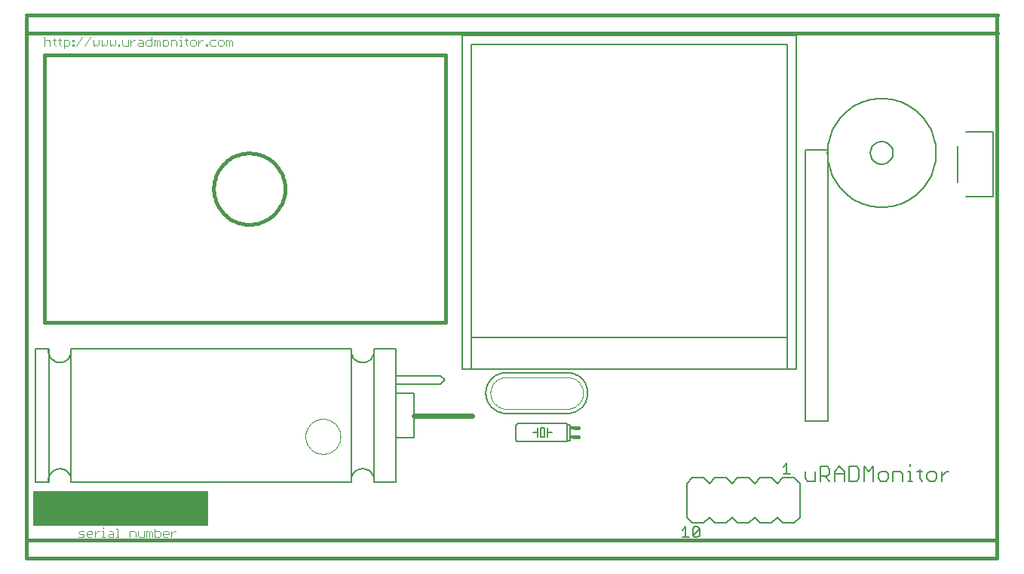
<source format=gto>
G75*
G70*
%OFA0B0*%
%FSLAX24Y24*%
%IPPOS*%
%LPD*%
%AMOC8*
5,1,8,0,0,1.08239X$1,22.5*
%
%ADD10C,0.0180*%
%ADD11R,0.7749X0.1575*%
%ADD12C,0.0030*%
%ADD13C,0.0060*%
%ADD14C,0.0020*%
%ADD15C,0.0050*%
%ADD16C,0.0160*%
%ADD17R,0.0230X0.0160*%
%ADD18C,0.0240*%
%ADD19C,0.0000*%
%ADD20C,0.0080*%
D10*
X000569Y004009D02*
X043482Y004009D01*
X043482Y004797D01*
X043482Y027907D01*
X043494Y028037D02*
X022037Y028037D01*
X000581Y028037D01*
X000569Y027907D02*
X000569Y004797D01*
X043482Y004797D01*
X019085Y014454D02*
X001368Y014454D01*
X001368Y026265D01*
X019085Y026265D01*
X019085Y014454D01*
X008848Y020360D02*
X008850Y020439D01*
X008856Y020518D01*
X008866Y020597D01*
X008880Y020675D01*
X008897Y020752D01*
X008919Y020828D01*
X008944Y020903D01*
X008974Y020976D01*
X009006Y021048D01*
X009043Y021119D01*
X009083Y021187D01*
X009126Y021253D01*
X009172Y021317D01*
X009222Y021379D01*
X009275Y021438D01*
X009330Y021494D01*
X009389Y021548D01*
X009450Y021598D01*
X009513Y021646D01*
X009579Y021690D01*
X009647Y021731D01*
X009717Y021768D01*
X009788Y021802D01*
X009862Y021832D01*
X009936Y021858D01*
X010012Y021880D01*
X010089Y021899D01*
X010167Y021914D01*
X010245Y021925D01*
X010324Y021932D01*
X010403Y021935D01*
X010482Y021934D01*
X010561Y021929D01*
X010640Y021920D01*
X010718Y021907D01*
X010795Y021890D01*
X010872Y021870D01*
X010947Y021845D01*
X011021Y021817D01*
X011094Y021785D01*
X011164Y021750D01*
X011233Y021711D01*
X011300Y021668D01*
X011365Y021622D01*
X011427Y021574D01*
X011487Y021522D01*
X011544Y021467D01*
X011598Y021409D01*
X011649Y021349D01*
X011697Y021286D01*
X011742Y021221D01*
X011784Y021153D01*
X011822Y021084D01*
X011856Y021013D01*
X011887Y020940D01*
X011915Y020865D01*
X011938Y020790D01*
X011958Y020713D01*
X011974Y020636D01*
X011986Y020557D01*
X011994Y020479D01*
X011998Y020400D01*
X011998Y020320D01*
X011994Y020241D01*
X011986Y020163D01*
X011974Y020084D01*
X011958Y020007D01*
X011938Y019930D01*
X011915Y019855D01*
X011887Y019780D01*
X011856Y019707D01*
X011822Y019636D01*
X011784Y019567D01*
X011742Y019499D01*
X011697Y019434D01*
X011649Y019371D01*
X011598Y019311D01*
X011544Y019253D01*
X011487Y019198D01*
X011427Y019146D01*
X011365Y019098D01*
X011300Y019052D01*
X011233Y019009D01*
X011164Y018970D01*
X011094Y018935D01*
X011021Y018903D01*
X010947Y018875D01*
X010872Y018850D01*
X010795Y018830D01*
X010718Y018813D01*
X010640Y018800D01*
X010561Y018791D01*
X010482Y018786D01*
X010403Y018785D01*
X010324Y018788D01*
X010245Y018795D01*
X010167Y018806D01*
X010089Y018821D01*
X010012Y018840D01*
X009936Y018862D01*
X009862Y018888D01*
X009788Y018918D01*
X009717Y018952D01*
X009647Y018989D01*
X009579Y019030D01*
X009513Y019074D01*
X009450Y019122D01*
X009389Y019172D01*
X009330Y019226D01*
X009275Y019282D01*
X009222Y019341D01*
X009172Y019403D01*
X009126Y019467D01*
X009083Y019533D01*
X009043Y019601D01*
X009006Y019672D01*
X008974Y019744D01*
X008944Y019817D01*
X008919Y019892D01*
X008897Y019968D01*
X008880Y020045D01*
X008866Y020123D01*
X008856Y020202D01*
X008850Y020281D01*
X008848Y020360D01*
X000581Y027249D02*
X043494Y027249D01*
X000569Y004797D02*
X000569Y004009D01*
D11*
X004729Y006210D03*
D12*
X003975Y005391D02*
X003975Y005330D01*
X003975Y005206D02*
X003975Y004959D01*
X004036Y004959D02*
X003913Y004959D01*
X003913Y005206D02*
X003975Y005206D01*
X003791Y005206D02*
X003729Y005206D01*
X003606Y005083D01*
X003484Y005083D02*
X003484Y005144D01*
X003423Y005206D01*
X003299Y005206D01*
X003238Y005144D01*
X003238Y005021D01*
X003299Y004959D01*
X003423Y004959D01*
X003484Y005083D02*
X003238Y005083D01*
X003116Y005021D02*
X003054Y005083D01*
X002931Y005083D01*
X002869Y005144D01*
X002931Y005206D01*
X003116Y005206D01*
X003116Y005021D02*
X003054Y004959D01*
X002869Y004959D01*
X003606Y004959D02*
X003606Y005206D01*
X004158Y005021D02*
X004220Y005083D01*
X004405Y005083D01*
X004405Y005144D02*
X004405Y004959D01*
X004220Y004959D01*
X004158Y005021D01*
X004220Y005206D02*
X004344Y005206D01*
X004405Y005144D01*
X004527Y004959D02*
X004650Y004959D01*
X004588Y004959D02*
X004588Y005330D01*
X004527Y005330D01*
X005141Y005206D02*
X005141Y004959D01*
X005387Y004959D02*
X005387Y005144D01*
X005326Y005206D01*
X005141Y005206D01*
X005509Y005206D02*
X005509Y005021D01*
X005571Y004959D01*
X005756Y004959D01*
X005756Y005206D01*
X005877Y005206D02*
X005877Y004959D01*
X006001Y004959D02*
X006001Y005144D01*
X006062Y005206D01*
X006124Y005144D01*
X006124Y004959D01*
X006245Y004959D02*
X006431Y004959D01*
X006492Y005021D01*
X006492Y005144D01*
X006431Y005206D01*
X006245Y005206D01*
X006245Y005330D02*
X006245Y004959D01*
X006001Y005144D02*
X005939Y005206D01*
X005877Y005206D01*
X006614Y005144D02*
X006614Y005021D01*
X006676Y004959D01*
X006799Y004959D01*
X006861Y005083D02*
X006614Y005083D01*
X006614Y005144D02*
X006676Y005206D01*
X006799Y005206D01*
X006861Y005144D01*
X006861Y005083D01*
X006982Y005083D02*
X007106Y005206D01*
X007167Y005206D01*
X006982Y005206D02*
X006982Y004959D01*
X006955Y026694D02*
X006955Y026940D01*
X007141Y026940D01*
X007202Y026879D01*
X007202Y026694D01*
X007324Y026694D02*
X007447Y026694D01*
X007385Y026694D02*
X007385Y026940D01*
X007324Y026940D01*
X007385Y027064D02*
X007385Y027126D01*
X007569Y026940D02*
X007693Y026940D01*
X007631Y027002D02*
X007631Y026755D01*
X007693Y026694D01*
X007815Y026755D02*
X007876Y026694D01*
X008000Y026694D01*
X008062Y026755D01*
X008062Y026879D01*
X008000Y026940D01*
X007876Y026940D01*
X007815Y026879D01*
X007815Y026755D01*
X008183Y026694D02*
X008183Y026940D01*
X008183Y026817D02*
X008307Y026940D01*
X008368Y026940D01*
X008490Y026755D02*
X008552Y026755D01*
X008552Y026694D01*
X008490Y026694D01*
X008490Y026755D01*
X008674Y026755D02*
X008674Y026879D01*
X008736Y026940D01*
X008921Y026940D01*
X009042Y026879D02*
X009042Y026755D01*
X009104Y026694D01*
X009228Y026694D01*
X009289Y026755D01*
X009289Y026879D01*
X009228Y026940D01*
X009104Y026940D01*
X009042Y026879D01*
X008921Y026694D02*
X008736Y026694D01*
X008674Y026755D01*
X009411Y026694D02*
X009411Y026940D01*
X009473Y026940D01*
X009534Y026879D01*
X009596Y026940D01*
X009658Y026879D01*
X009658Y026694D01*
X009534Y026694D02*
X009534Y026879D01*
X006834Y026879D02*
X006834Y026755D01*
X006772Y026694D01*
X006649Y026694D01*
X006587Y026755D01*
X006587Y026879D01*
X006649Y026940D01*
X006772Y026940D01*
X006834Y026879D01*
X006466Y026879D02*
X006466Y026694D01*
X006342Y026694D02*
X006342Y026879D01*
X006404Y026940D01*
X006466Y026879D01*
X006342Y026879D02*
X006280Y026940D01*
X006219Y026940D01*
X006219Y026694D01*
X006097Y026694D02*
X005912Y026694D01*
X005850Y026755D01*
X005850Y026879D01*
X005912Y026940D01*
X006097Y026940D01*
X006097Y027064D02*
X006097Y026694D01*
X005729Y026694D02*
X005729Y026879D01*
X005667Y026940D01*
X005544Y026940D01*
X005544Y026817D02*
X005729Y026817D01*
X005729Y026694D02*
X005544Y026694D01*
X005482Y026755D01*
X005544Y026817D01*
X005360Y026940D02*
X005299Y026940D01*
X005175Y026817D01*
X005175Y026694D02*
X005175Y026940D01*
X005054Y026940D02*
X005054Y026694D01*
X004869Y026694D01*
X004807Y026755D01*
X004807Y026940D01*
X004684Y026755D02*
X004684Y026694D01*
X004623Y026694D01*
X004623Y026755D01*
X004684Y026755D01*
X004501Y026755D02*
X004501Y026940D01*
X004501Y026755D02*
X004440Y026694D01*
X004378Y026755D01*
X004316Y026694D01*
X004254Y026755D01*
X004254Y026940D01*
X004133Y026940D02*
X004133Y026755D01*
X004071Y026694D01*
X004010Y026755D01*
X003948Y026694D01*
X003886Y026755D01*
X003886Y026940D01*
X003765Y026940D02*
X003765Y026755D01*
X003703Y026694D01*
X003641Y026755D01*
X003579Y026694D01*
X003518Y026755D01*
X003518Y026940D01*
X003396Y027064D02*
X003149Y026694D01*
X002781Y026694D02*
X003028Y027064D01*
X002659Y026940D02*
X002659Y026879D01*
X002597Y026879D01*
X002597Y026940D01*
X002659Y026940D01*
X002659Y026755D02*
X002659Y026694D01*
X002597Y026694D01*
X002597Y026755D01*
X002659Y026755D01*
X002476Y026755D02*
X002414Y026694D01*
X002229Y026694D01*
X002107Y026694D02*
X002045Y026755D01*
X002045Y027002D01*
X001983Y026940D02*
X002107Y026940D01*
X002229Y026940D02*
X002414Y026940D01*
X002476Y026879D01*
X002476Y026755D01*
X002229Y026570D02*
X002229Y026940D01*
X001861Y026940D02*
X001738Y026940D01*
X001799Y027002D02*
X001799Y026755D01*
X001861Y026694D01*
X001616Y026694D02*
X001616Y026879D01*
X001554Y026940D01*
X001431Y026940D01*
X001369Y026879D01*
X001369Y027064D02*
X001369Y026694D01*
D13*
X021782Y012222D02*
X024482Y012222D01*
X024541Y012220D01*
X024599Y012214D01*
X024658Y012205D01*
X024715Y012191D01*
X024771Y012174D01*
X024826Y012153D01*
X024880Y012129D01*
X024932Y012101D01*
X024982Y012070D01*
X025030Y012036D01*
X025075Y011999D01*
X025118Y011958D01*
X025159Y011915D01*
X025196Y011870D01*
X025230Y011822D01*
X025261Y011772D01*
X025289Y011720D01*
X025313Y011666D01*
X025334Y011611D01*
X025351Y011555D01*
X025365Y011498D01*
X025374Y011439D01*
X025380Y011381D01*
X025382Y011322D01*
X025380Y011263D01*
X025374Y011205D01*
X025365Y011146D01*
X025351Y011089D01*
X025334Y011033D01*
X025313Y010978D01*
X025289Y010924D01*
X025261Y010872D01*
X025230Y010822D01*
X025196Y010774D01*
X025159Y010729D01*
X025118Y010686D01*
X025075Y010645D01*
X025030Y010608D01*
X024982Y010574D01*
X024932Y010543D01*
X024880Y010515D01*
X024826Y010491D01*
X024771Y010470D01*
X024715Y010453D01*
X024658Y010439D01*
X024599Y010430D01*
X024541Y010424D01*
X024482Y010422D01*
X021782Y010422D01*
X022307Y009972D02*
X024457Y009972D01*
X024457Y009922D01*
X024457Y009222D01*
X024457Y009172D01*
X022307Y009172D01*
X022290Y009174D01*
X022273Y009178D01*
X022257Y009185D01*
X022243Y009195D01*
X022230Y009208D01*
X022220Y009222D01*
X022213Y009238D01*
X022209Y009255D01*
X022207Y009272D01*
X022207Y009872D01*
X022209Y009889D01*
X022213Y009906D01*
X022220Y009922D01*
X022230Y009936D01*
X022243Y009949D01*
X022257Y009959D01*
X022273Y009966D01*
X022290Y009970D01*
X022307Y009972D01*
X022957Y009572D02*
X023157Y009572D01*
X023157Y009772D01*
X023307Y009772D02*
X023307Y009372D01*
X023457Y009372D01*
X023457Y009772D01*
X023307Y009772D01*
X023157Y009572D02*
X023157Y009372D01*
X023607Y009372D02*
X023607Y009572D01*
X023607Y009772D01*
X023607Y009572D02*
X023807Y009572D01*
X024457Y009222D02*
X024607Y009222D01*
X024607Y009922D01*
X024457Y009922D01*
X021782Y010422D02*
X021723Y010424D01*
X021665Y010430D01*
X021606Y010439D01*
X021549Y010453D01*
X021493Y010470D01*
X021438Y010491D01*
X021384Y010515D01*
X021332Y010543D01*
X021282Y010574D01*
X021234Y010608D01*
X021189Y010645D01*
X021146Y010686D01*
X021105Y010729D01*
X021068Y010774D01*
X021034Y010822D01*
X021003Y010872D01*
X020975Y010924D01*
X020951Y010978D01*
X020930Y011033D01*
X020913Y011089D01*
X020899Y011146D01*
X020890Y011205D01*
X020884Y011263D01*
X020882Y011322D01*
X020884Y011381D01*
X020890Y011439D01*
X020899Y011498D01*
X020913Y011555D01*
X020930Y011611D01*
X020951Y011666D01*
X020975Y011720D01*
X021003Y011772D01*
X021034Y011822D01*
X021068Y011870D01*
X021105Y011915D01*
X021146Y011958D01*
X021189Y011999D01*
X021234Y012036D01*
X021282Y012070D01*
X021332Y012101D01*
X021384Y012129D01*
X021438Y012153D01*
X021493Y012174D01*
X021549Y012191D01*
X021606Y012205D01*
X021665Y012214D01*
X021723Y012220D01*
X021782Y012222D01*
X029757Y007322D02*
X030007Y007572D01*
X030507Y007572D01*
X030757Y007322D01*
X031007Y007572D01*
X031507Y007572D01*
X031757Y007322D01*
X032007Y007572D01*
X032507Y007572D01*
X032757Y007322D01*
X033007Y007572D01*
X033507Y007572D01*
X033757Y007322D01*
X034007Y007572D01*
X034507Y007572D01*
X034757Y007322D01*
X034757Y005822D01*
X034507Y005572D01*
X034007Y005572D01*
X033757Y005822D01*
X033507Y005572D01*
X033007Y005572D01*
X032757Y005822D01*
X032507Y005572D01*
X032007Y005572D01*
X031757Y005822D01*
X031507Y005572D01*
X031007Y005572D01*
X030757Y005822D01*
X030507Y005572D01*
X030007Y005572D01*
X029757Y005822D01*
X029757Y007322D01*
X035009Y007531D02*
X035116Y007424D01*
X035436Y007424D01*
X035436Y007851D01*
X035654Y007638D02*
X035974Y007638D01*
X036081Y007744D01*
X036081Y007958D01*
X035974Y008065D01*
X035654Y008065D01*
X035654Y007424D01*
X035867Y007638D02*
X036081Y007424D01*
X036298Y007424D02*
X036298Y007851D01*
X036512Y008065D01*
X036725Y007851D01*
X036725Y007424D01*
X036943Y007424D02*
X037263Y007424D01*
X037370Y007531D01*
X037370Y007958D01*
X037263Y008065D01*
X036943Y008065D01*
X036943Y007424D01*
X036725Y007744D02*
X036298Y007744D01*
X035009Y007851D02*
X035009Y007531D01*
X037587Y007424D02*
X037587Y008065D01*
X037801Y007851D01*
X038014Y008065D01*
X038014Y007424D01*
X038232Y007531D02*
X038232Y007744D01*
X038339Y007851D01*
X038552Y007851D01*
X038659Y007744D01*
X038659Y007531D01*
X038552Y007424D01*
X038339Y007424D01*
X038232Y007531D01*
X038877Y007424D02*
X038877Y007851D01*
X039197Y007851D01*
X039304Y007744D01*
X039304Y007424D01*
X039521Y007424D02*
X039735Y007424D01*
X039628Y007424D02*
X039628Y007851D01*
X039521Y007851D01*
X039628Y008065D02*
X039628Y008171D01*
X039951Y007851D02*
X040164Y007851D01*
X040058Y007958D02*
X040058Y007531D01*
X040164Y007424D01*
X040381Y007531D02*
X040381Y007744D01*
X040487Y007851D01*
X040701Y007851D01*
X040808Y007744D01*
X040808Y007531D01*
X040701Y007424D01*
X040487Y007424D01*
X040381Y007531D01*
X041025Y007638D02*
X041239Y007851D01*
X041345Y007851D01*
X041025Y007851D02*
X041025Y007424D01*
X037882Y021947D02*
X037884Y021991D01*
X037890Y022035D01*
X037900Y022078D01*
X037913Y022120D01*
X037930Y022161D01*
X037951Y022200D01*
X037975Y022237D01*
X038002Y022272D01*
X038032Y022304D01*
X038065Y022334D01*
X038101Y022360D01*
X038138Y022384D01*
X038178Y022403D01*
X038219Y022420D01*
X038262Y022432D01*
X038305Y022441D01*
X038349Y022446D01*
X038393Y022447D01*
X038437Y022444D01*
X038481Y022437D01*
X038524Y022426D01*
X038566Y022412D01*
X038606Y022394D01*
X038645Y022372D01*
X038681Y022348D01*
X038715Y022320D01*
X038747Y022289D01*
X038776Y022255D01*
X038802Y022219D01*
X038824Y022181D01*
X038843Y022141D01*
X038858Y022099D01*
X038870Y022057D01*
X038878Y022013D01*
X038882Y021969D01*
X038882Y021925D01*
X038878Y021881D01*
X038870Y021837D01*
X038858Y021795D01*
X038843Y021753D01*
X038824Y021713D01*
X038802Y021675D01*
X038776Y021639D01*
X038747Y021605D01*
X038715Y021574D01*
X038681Y021546D01*
X038645Y021522D01*
X038606Y021500D01*
X038566Y021482D01*
X038524Y021468D01*
X038481Y021457D01*
X038437Y021450D01*
X038393Y021447D01*
X038349Y021448D01*
X038305Y021453D01*
X038262Y021462D01*
X038219Y021474D01*
X038178Y021491D01*
X038138Y021510D01*
X038101Y021534D01*
X038065Y021560D01*
X038032Y021590D01*
X038002Y021622D01*
X037975Y021657D01*
X037951Y021694D01*
X037930Y021733D01*
X037913Y021774D01*
X037900Y021816D01*
X037890Y021859D01*
X037884Y021903D01*
X037882Y021947D01*
X035982Y021947D02*
X035985Y022065D01*
X035994Y022182D01*
X036008Y022299D01*
X036028Y022415D01*
X036054Y022530D01*
X036085Y022644D01*
X036122Y022756D01*
X036165Y022865D01*
X036212Y022973D01*
X036265Y023078D01*
X036323Y023181D01*
X036386Y023280D01*
X036454Y023377D01*
X036527Y023470D01*
X036604Y023559D01*
X036685Y023644D01*
X036770Y023725D01*
X036859Y023802D01*
X036952Y023875D01*
X037049Y023943D01*
X037148Y024006D01*
X037251Y024064D01*
X037356Y024117D01*
X037464Y024164D01*
X037573Y024207D01*
X037685Y024244D01*
X037799Y024275D01*
X037914Y024301D01*
X038030Y024321D01*
X038147Y024335D01*
X038264Y024344D01*
X038382Y024347D01*
X038500Y024344D01*
X038617Y024335D01*
X038734Y024321D01*
X038850Y024301D01*
X038965Y024275D01*
X039079Y024244D01*
X039191Y024207D01*
X039300Y024164D01*
X039408Y024117D01*
X039513Y024064D01*
X039616Y024006D01*
X039715Y023943D01*
X039812Y023875D01*
X039905Y023802D01*
X039994Y023725D01*
X040079Y023644D01*
X040160Y023559D01*
X040237Y023470D01*
X040310Y023377D01*
X040378Y023280D01*
X040441Y023181D01*
X040499Y023078D01*
X040552Y022973D01*
X040599Y022865D01*
X040642Y022756D01*
X040679Y022644D01*
X040710Y022530D01*
X040736Y022415D01*
X040756Y022299D01*
X040770Y022182D01*
X040779Y022065D01*
X040782Y021947D01*
X040779Y021829D01*
X040770Y021712D01*
X040756Y021595D01*
X040736Y021479D01*
X040710Y021364D01*
X040679Y021250D01*
X040642Y021138D01*
X040599Y021029D01*
X040552Y020921D01*
X040499Y020816D01*
X040441Y020713D01*
X040378Y020614D01*
X040310Y020517D01*
X040237Y020424D01*
X040160Y020335D01*
X040079Y020250D01*
X039994Y020169D01*
X039905Y020092D01*
X039812Y020019D01*
X039715Y019951D01*
X039616Y019888D01*
X039513Y019830D01*
X039408Y019777D01*
X039300Y019730D01*
X039191Y019687D01*
X039079Y019650D01*
X038965Y019619D01*
X038850Y019593D01*
X038734Y019573D01*
X038617Y019559D01*
X038500Y019550D01*
X038382Y019547D01*
X038264Y019550D01*
X038147Y019559D01*
X038030Y019573D01*
X037914Y019593D01*
X037799Y019619D01*
X037685Y019650D01*
X037573Y019687D01*
X037464Y019730D01*
X037356Y019777D01*
X037251Y019830D01*
X037148Y019888D01*
X037049Y019951D01*
X036952Y020019D01*
X036859Y020092D01*
X036770Y020169D01*
X036685Y020250D01*
X036604Y020335D01*
X036527Y020424D01*
X036454Y020517D01*
X036386Y020614D01*
X036323Y020713D01*
X036265Y020816D01*
X036212Y020921D01*
X036165Y021029D01*
X036122Y021138D01*
X036085Y021250D01*
X036054Y021364D01*
X036028Y021479D01*
X036008Y021595D01*
X035994Y021712D01*
X035985Y021829D01*
X035982Y021947D01*
D14*
X024482Y012022D02*
X021782Y012022D01*
X021731Y012020D01*
X021680Y012015D01*
X021630Y012005D01*
X021580Y011992D01*
X021532Y011976D01*
X021485Y011956D01*
X021439Y011932D01*
X021396Y011906D01*
X021354Y011876D01*
X021315Y011843D01*
X021278Y011808D01*
X021244Y011770D01*
X021213Y011729D01*
X021184Y011687D01*
X021159Y011642D01*
X021138Y011596D01*
X021119Y011548D01*
X021105Y011499D01*
X021094Y011449D01*
X021086Y011399D01*
X021082Y011348D01*
X021082Y011296D01*
X021086Y011245D01*
X021094Y011195D01*
X021105Y011145D01*
X021119Y011096D01*
X021138Y011048D01*
X021159Y011002D01*
X021184Y010957D01*
X021213Y010915D01*
X021244Y010874D01*
X021278Y010836D01*
X021315Y010801D01*
X021354Y010768D01*
X021396Y010738D01*
X021439Y010712D01*
X021485Y010688D01*
X021532Y010668D01*
X021580Y010652D01*
X021630Y010639D01*
X021680Y010629D01*
X021731Y010624D01*
X021782Y010622D01*
X024482Y010622D01*
X024533Y010624D01*
X024584Y010629D01*
X024634Y010639D01*
X024684Y010652D01*
X024732Y010668D01*
X024779Y010688D01*
X024825Y010712D01*
X024868Y010738D01*
X024910Y010768D01*
X024949Y010801D01*
X024986Y010836D01*
X025020Y010874D01*
X025051Y010915D01*
X025080Y010957D01*
X025105Y011002D01*
X025126Y011048D01*
X025145Y011096D01*
X025159Y011145D01*
X025170Y011195D01*
X025178Y011245D01*
X025182Y011296D01*
X025182Y011348D01*
X025178Y011399D01*
X025170Y011449D01*
X025159Y011499D01*
X025145Y011548D01*
X025126Y011596D01*
X025105Y011642D01*
X025080Y011687D01*
X025051Y011729D01*
X025020Y011770D01*
X024986Y011808D01*
X024949Y011843D01*
X024910Y011876D01*
X024868Y011906D01*
X024825Y011932D01*
X024779Y011956D01*
X024732Y011976D01*
X024684Y011992D01*
X024634Y012005D01*
X024584Y012015D01*
X024533Y012020D01*
X024482Y012022D01*
D15*
X020237Y012391D02*
X020237Y013769D01*
X034214Y013769D01*
X034214Y012391D01*
X020237Y012391D01*
X019844Y012391D01*
X019844Y027155D01*
X034607Y027155D01*
X034607Y012391D01*
X034214Y012391D01*
X034214Y013769D02*
X034214Y026761D01*
X020237Y026761D01*
X020237Y013769D01*
X018877Y012095D02*
X019074Y011898D01*
X018877Y011701D01*
X016908Y011701D01*
X016908Y011307D01*
X017696Y011307D01*
X017696Y010323D01*
X017696Y009339D01*
X016908Y009339D01*
X016908Y007370D01*
X015924Y007370D01*
X015924Y013276D01*
X016908Y013276D01*
X016908Y012095D01*
X018877Y012095D01*
X016908Y012095D02*
X016908Y011701D01*
X016908Y011307D02*
X016908Y009339D01*
X015924Y007371D02*
X015931Y007414D01*
X015934Y007459D01*
X015933Y007503D01*
X015928Y007547D01*
X015919Y007591D01*
X015906Y007633D01*
X015890Y007674D01*
X015870Y007714D01*
X015847Y007752D01*
X015820Y007787D01*
X015791Y007820D01*
X015758Y007851D01*
X015723Y007878D01*
X015686Y007902D01*
X015647Y007923D01*
X015606Y007940D01*
X015564Y007953D01*
X015520Y007963D01*
X015476Y007969D01*
X015432Y007971D01*
X015388Y007969D01*
X015344Y007963D01*
X015300Y007953D01*
X015258Y007940D01*
X015217Y007923D01*
X015178Y007902D01*
X015141Y007878D01*
X015106Y007851D01*
X015073Y007820D01*
X015044Y007787D01*
X015017Y007752D01*
X014994Y007714D01*
X014974Y007674D01*
X014958Y007633D01*
X014945Y007591D01*
X014936Y007547D01*
X014931Y007503D01*
X014930Y007459D01*
X014933Y007414D01*
X014940Y007371D01*
X014940Y007370D02*
X014940Y013276D01*
X002538Y013276D01*
X002538Y007370D01*
X014940Y007370D01*
X014940Y013276D02*
X014933Y013233D01*
X014930Y013188D01*
X014931Y013144D01*
X014936Y013100D01*
X014945Y013056D01*
X014958Y013014D01*
X014974Y012973D01*
X014994Y012933D01*
X015017Y012895D01*
X015044Y012860D01*
X015073Y012827D01*
X015106Y012796D01*
X015141Y012769D01*
X015178Y012745D01*
X015217Y012724D01*
X015258Y012707D01*
X015300Y012694D01*
X015344Y012684D01*
X015388Y012678D01*
X015432Y012676D01*
X015476Y012678D01*
X015520Y012684D01*
X015564Y012694D01*
X015606Y012707D01*
X015647Y012724D01*
X015686Y012745D01*
X015723Y012769D01*
X015758Y012796D01*
X015791Y012827D01*
X015820Y012860D01*
X015847Y012895D01*
X015870Y012933D01*
X015890Y012973D01*
X015906Y013014D01*
X015919Y013056D01*
X015928Y013100D01*
X015933Y013144D01*
X015934Y013188D01*
X015931Y013233D01*
X015924Y013276D01*
X002538Y013276D02*
X002545Y013233D01*
X002548Y013188D01*
X002547Y013144D01*
X002542Y013100D01*
X002533Y013056D01*
X002520Y013014D01*
X002504Y012973D01*
X002484Y012933D01*
X002461Y012895D01*
X002434Y012860D01*
X002405Y012827D01*
X002372Y012796D01*
X002337Y012769D01*
X002300Y012745D01*
X002261Y012724D01*
X002220Y012707D01*
X002178Y012694D01*
X002134Y012684D01*
X002090Y012678D01*
X002046Y012676D01*
X002002Y012678D01*
X001958Y012684D01*
X001914Y012694D01*
X001872Y012707D01*
X001831Y012724D01*
X001792Y012745D01*
X001755Y012769D01*
X001720Y012796D01*
X001687Y012827D01*
X001658Y012860D01*
X001631Y012895D01*
X001608Y012933D01*
X001588Y012973D01*
X001572Y013014D01*
X001559Y013056D01*
X001550Y013100D01*
X001545Y013144D01*
X001544Y013188D01*
X001547Y013233D01*
X001554Y013276D01*
X001554Y007370D01*
X000964Y007370D01*
X000964Y013276D01*
X001554Y013276D01*
X001554Y007371D02*
X001547Y007414D01*
X001544Y007459D01*
X001545Y007503D01*
X001550Y007547D01*
X001559Y007591D01*
X001572Y007633D01*
X001588Y007674D01*
X001608Y007714D01*
X001631Y007752D01*
X001658Y007787D01*
X001687Y007820D01*
X001720Y007851D01*
X001755Y007878D01*
X001792Y007902D01*
X001831Y007923D01*
X001872Y007940D01*
X001914Y007953D01*
X001958Y007963D01*
X002002Y007969D01*
X002046Y007971D01*
X002090Y007969D01*
X002134Y007963D01*
X002178Y007953D01*
X002220Y007940D01*
X002261Y007923D01*
X002300Y007902D01*
X002337Y007878D01*
X002372Y007851D01*
X002405Y007820D01*
X002434Y007787D01*
X002461Y007752D01*
X002484Y007714D01*
X002504Y007674D01*
X002520Y007633D01*
X002533Y007591D01*
X002542Y007547D01*
X002547Y007503D01*
X002548Y007459D01*
X002545Y007414D01*
X002538Y007371D01*
X029561Y005248D02*
X029711Y005398D01*
X029711Y004947D01*
X029561Y004947D02*
X029861Y004947D01*
X030021Y005022D02*
X030322Y005323D01*
X030322Y005022D01*
X030247Y004947D01*
X030096Y004947D01*
X030021Y005022D01*
X030021Y005323D01*
X030096Y005398D01*
X030247Y005398D01*
X030322Y005323D01*
X034021Y007747D02*
X034322Y007747D01*
X034172Y007747D02*
X034172Y008198D01*
X034021Y008048D01*
X035007Y010072D02*
X036007Y010072D01*
X036007Y022072D01*
X035007Y022072D01*
X035007Y010072D01*
D16*
X024957Y009772D02*
X024807Y009772D01*
X024757Y009372D02*
X024957Y009372D01*
D17*
X024742Y009372D03*
X024742Y009772D03*
D18*
X020255Y010323D02*
X017696Y010323D01*
D19*
X012903Y009399D02*
X012905Y009454D01*
X012911Y009509D01*
X012921Y009564D01*
X012934Y009617D01*
X012952Y009670D01*
X012973Y009721D01*
X012998Y009770D01*
X013026Y009818D01*
X013058Y009863D01*
X013092Y009907D01*
X013130Y009947D01*
X013170Y009985D01*
X013214Y010019D01*
X013259Y010051D01*
X013307Y010079D01*
X013356Y010104D01*
X013407Y010125D01*
X013460Y010143D01*
X013513Y010156D01*
X013568Y010166D01*
X013623Y010172D01*
X013678Y010174D01*
X013733Y010172D01*
X013788Y010166D01*
X013843Y010156D01*
X013896Y010143D01*
X013949Y010125D01*
X014000Y010104D01*
X014049Y010079D01*
X014097Y010051D01*
X014142Y010019D01*
X014186Y009985D01*
X014226Y009947D01*
X014264Y009907D01*
X014298Y009863D01*
X014330Y009818D01*
X014358Y009770D01*
X014383Y009721D01*
X014404Y009670D01*
X014422Y009617D01*
X014435Y009564D01*
X014445Y009509D01*
X014451Y009454D01*
X014453Y009399D01*
X014451Y009344D01*
X014445Y009289D01*
X014435Y009234D01*
X014422Y009181D01*
X014404Y009128D01*
X014383Y009077D01*
X014358Y009028D01*
X014330Y008980D01*
X014298Y008935D01*
X014264Y008891D01*
X014226Y008851D01*
X014186Y008813D01*
X014142Y008779D01*
X014097Y008747D01*
X014049Y008719D01*
X014000Y008694D01*
X013949Y008673D01*
X013896Y008655D01*
X013843Y008642D01*
X013788Y008632D01*
X013733Y008626D01*
X013678Y008624D01*
X013623Y008626D01*
X013568Y008632D01*
X013513Y008642D01*
X013460Y008655D01*
X013407Y008673D01*
X013356Y008694D01*
X013307Y008719D01*
X013259Y008747D01*
X013214Y008779D01*
X013170Y008813D01*
X013130Y008851D01*
X013092Y008891D01*
X013058Y008935D01*
X013026Y008980D01*
X012998Y009028D01*
X012973Y009077D01*
X012952Y009128D01*
X012934Y009181D01*
X012921Y009234D01*
X012911Y009289D01*
X012905Y009344D01*
X012903Y009399D01*
D20*
X041719Y020660D02*
X041719Y022235D01*
X042113Y022884D02*
X043294Y022884D01*
X043294Y020010D01*
X042113Y020010D01*
M02*

</source>
